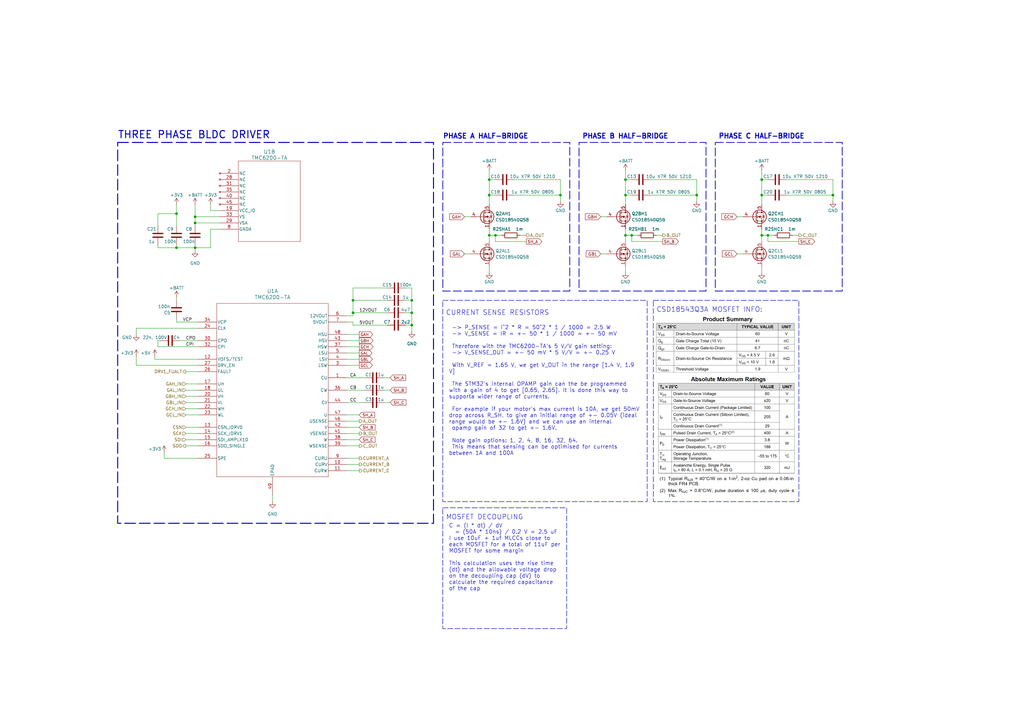
<source format=kicad_sch>
(kicad_sch (version 20230121) (generator eeschema)
  (paper "A3")
  (lib_symbols
    (symbol "Device:C" (pin_numbers hide) (pin_names (offset 0.254))
      (property "Reference" "C" (at 0.635 2.54 0))
      (property "Value" "C" (at 0.635 -2.54 0))
      (symbol "C_0_1"
        (polyline (pts (xy -2.032 -0.762) (xy 2.032 -0.762)) (stroke (width 0.508)))
        (polyline (pts (xy -2.032 0.762) (xy 2.032 0.762)) (stroke (width 0.508)))
      )
      (symbol "C_1_1"
        (pin passive line (at 0 3.81 270) (length 2.794) (name "~") (number "1"))
        (pin passive line (at 0 -3.81 90) (length 2.794) (name "~") (number "2"))
      )
    )
    (symbol "Device:R" (pin_numbers hide) (pin_names (offset 0))
      (property "Reference" "R" (at 2.032 0 90))
      (property "Value" "R" (at 0 0 90))
      (symbol "R_0_1"
        (rectangle (start -1.016 -2.54) (end 1.016 2.54) (stroke (width 0.254)))
      )
      (symbol "R_1_1"
        (pin passive line (at 0 3.81 270) (length 1.27) (name "~") (number "1"))
        (pin passive line (at 0 -3.81 90) (length 1.27) (name "~") (number "2"))
      )
    )
    (symbol "TMC6200-TA_1" (pin_names (offset 0.254))
      (property "Reference" "U1" (at 30.48 12.7 0))
      (property "Value" "TMC6200-TA" (at 30.48 10.16 0))
      (symbol "TMC6200-TA_1_1_1"
        (polyline (pts (xy 7.62 -63.5) (xy 53.34 -63.5)) (stroke (width 0.127)))
        (polyline (pts (xy 7.62 7.62) (xy 7.62 -63.5)) (stroke (width 0.127)))
        (polyline (pts (xy 53.34 -63.5) (xy 53.34 7.62)) (stroke (width 0.127)))
        (polyline (pts (xy 53.34 7.62) (xy 7.62 7.62)) (stroke (width 0.127)))
        (pin unspecified line (at 60.96 -22.86 180) (length 7.62) (name "CU") (number "1"))
        (pin output line (at 60.96 -58.42 180) (length 7.62) (name "CURV") (number "10"))
        (pin output line (at 60.96 -60.96 180) (length 7.62) (name "CURW") (number "11"))
        (pin input line (at 0 -15.24 0) (length 7.62) (name "VOFS/TEST") (number "12"))
        (pin input line (at 0 -43.18 0) (length 7.62) (name "CSN_IDRV0") (number "13"))
        (pin input line (at 0 -45.72 0) (length 7.62) (name "SCK_IDRV1") (number "14"))
        (pin input line (at 0 -48.26 0) (length 7.62) (name "SDI_AMPLX10") (number "15"))
        (pin bidirectional line (at 0 -50.8 0) (length 7.62) (name "SDO_SINGLE") (number "16"))
        (pin input line (at 0 -25.4 0) (length 7.62) (name "UH") (number "17"))
        (pin input line (at 0 -27.94 0) (length 7.62) (name "UL") (number "18"))
        (pin input line (at 0 -30.48 0) (length 7.62) (name "VH") (number "20"))
        (pin input line (at 0 -33.02 0) (length 7.62) (name "VL") (number "21"))
        (pin input line (at 0 -35.56 0) (length 7.62) (name "WH") (number "22"))
        (pin input line (at 0 -38.1 0) (length 7.62) (name "WL") (number "23"))
        (pin input line (at 0 -2.54 0) (length 7.62) (name "CLK") (number "24"))
        (pin input line (at 0 -55.88 0) (length 7.62) (name "SPE") (number "25"))
        (pin output line (at 0 -20.32 0) (length 7.62) (name "FAULT") (number "26"))
        (pin input line (at 0 -17.78 0) (length 7.62) (name "DRV_EN") (number "27"))
        (pin output line (at 60.96 -17.78 180) (length 7.62) (name "LSW") (number "3"))
        (pin output line (at 0 -7.62 0) (length 7.62) (name "CPO") (number "30"))
        (pin input line (at 0 -10.16 0) (length 7.62) (name "CPI") (number "32"))
        (pin unspecified line (at 0 0 0) (length 7.62) (name "VCP") (number "34"))
        (pin unspecified line (at 60.96 -27.94 180) (length 7.62) (name "CW") (number "36"))
        (pin output line (at 60.96 -10.16 180) (length 7.62) (name "HSW") (number "37"))
        (pin unspecified line (at 60.96 -48.26 180) (length 7.62) (name "W") (number "38"))
        (pin unspecified line (at 60.96 -50.8 180) (length 7.62) (name "WSENSE") (number "39"))
        (pin output line (at 60.96 -15.24 180) (length 7.62) (name "LSV") (number "4"))
        (pin unspecified line (at 60.96 -45.72 180) (length 7.62) (name "VSENSE") (number "41"))
        (pin unspecified line (at 60.96 -43.18 180) (length 7.62) (name "V") (number "42"))
        (pin output line (at 60.96 -7.62 180) (length 7.62) (name "HSV") (number "43"))
        (pin unspecified line (at 60.96 -33.02 180) (length 7.62) (name "CV") (number "44"))
        (pin unspecified line (at 60.96 -40.64 180) (length 7.62) (name "USENSE") (number "46"))
        (pin unspecified line (at 60.96 -38.1 180) (length 7.62) (name "U") (number "47"))
        (pin output line (at 60.96 -5.08 180) (length 7.62) (name "HSU") (number "48"))
        (pin unspecified line (at 30.48 -71.12 90) (length 7.62) (name "EPAD") (number "49"))
        (pin output line (at 60.96 -12.7 180) (length 7.62) (name "LSU") (number "5"))
        (pin output line (at 60.96 2.54 180) (length 7.62) (name "12VOUT") (number "6"))
        (pin output line (at 60.96 0 180) (length 7.62) (name "5VOUT") (number "7"))
        (pin output line (at 60.96 -55.88 180) (length 7.62) (name "CURU") (number "9"))
      )
      (symbol "TMC6200-TA_1_2_1"
        (polyline (pts (xy 7.62 -27.94) (xy 33.02 -27.94)) (stroke (width 0.127)))
        (polyline (pts (xy 7.62 5.08) (xy 7.62 -27.94)) (stroke (width 0.127)))
        (polyline (pts (xy 33.02 -27.94) (xy 33.02 5.08)) (stroke (width 0.127)))
        (polyline (pts (xy 33.02 5.08) (xy 7.62 5.08)) (stroke (width 0.127)))
        (pin power_in line (at 0 -15.24 0) (length 7.62) (name "VCC_IO") (number "19"))
        (pin no_connect line (at 0 0 0) (length 7.62) (name "NC") (number "2"))
        (pin no_connect line (at 0 -2.54 0) (length 7.62) (name "NC") (number "28"))
        (pin power_in line (at 0 -20.32 0) (length 7.62) (name "VSA") (number "29"))
        (pin no_connect line (at 0 -5.08 0) (length 7.62) (name "NC") (number "31"))
        (pin power_in line (at 0 -17.78 0) (length 7.62) (name "VS") (number "33"))
        (pin no_connect line (at 0 -7.62 0) (length 7.62) (name "NC") (number "35"))
        (pin no_connect line (at 0 -10.16 0) (length 7.62) (name "NC") (number "40"))
        (pin no_connect line (at 0 -12.7 0) (length 7.62) (name "NC") (number "45"))
        (pin power_in line (at 0 -22.86 0) (length 7.62) (name "GNDA") (number "8"))
      )
    )
    (symbol "TMC6200:TMC6200-TA" (pin_names (offset 0.254))
      (property "Reference" "U1" (at 30.48 12.7 0))
      (property "Value" "TMC6200-TA" (at 30.48 10.16 0))
      (symbol "TMC6200-TA_1_1"
        (polyline (pts (xy 7.62 -63.5) (xy 53.34 -63.5)) (stroke (width 0.127)))
        (polyline (pts (xy 7.62 7.62) (xy 7.62 -63.5)) (stroke (width 0.127)))
        (polyline (pts (xy 53.34 -63.5) (xy 53.34 7.62)) (stroke (width 0.127)))
        (polyline (pts (xy 53.34 7.62) (xy 7.62 7.62)) (stroke (width 0.127)))
        (pin unspecified line (at 60.96 -22.86 180) (length 7.62) (name "CU") (number "1"))
        (pin output line (at 60.96 -58.42 180) (length 7.62) (name "CURV") (number "10"))
        (pin output line (at 60.96 -60.96 180) (length 7.62) (name "CURW") (number "11"))
        (pin input line (at 0 -15.24 0) (length 7.62) (name "VOFS/TEST") (number "12"))
        (pin input line (at 0 -43.18 0) (length 7.62) (name "CSN_IDRV0") (number "13"))
        (pin input line (at 0 -45.72 0) (length 7.62) (name "SCK_IDRV1") (number "14"))
        (pin input line (at 0 -48.26 0) (length 7.62) (name "SDI_AMPLX10") (number "15"))
        (pin bidirectional line (at 0 -50.8 0) (length 7.62) (name "SDO_SINGLE") (number "16"))
        (pin input line (at 0 -25.4 0) (length 7.62) (name "UH") (number "17"))
        (pin input line (at 0 -27.94 0) (length 7.62) (name "UL") (number "18"))
        (pin input line (at 0 -30.48 0) (length 7.62) (name "VH") (number "20"))
        (pin input line (at 0 -33.02 0) (length 7.62) (name "VL") (number "21"))
        (pin input line (at 0 -35.56 0) (length 7.62) (name "WH") (number "22"))
        (pin input line (at 0 -38.1 0) (length 7.62) (name "WL") (number "23"))
        (pin input line (at 0 -2.54 0) (length 7.62) (name "CLK") (number "24"))
        (pin input line (at 0 -55.88 0) (length 7.62) (name "SPE") (number "25"))
        (pin output line (at 0 -20.32 0) (length 7.62) (name "FAULT") (number "26"))
        (pin input line (at 0 -17.78 0) (length 7.62) (name "DRV_EN") (number "27"))
        (pin output line (at 60.96 -17.78 180) (length 7.62) (name "LSW") (number "3"))
        (pin output line (at 0 -7.62 0) (length 7.62) (name "CPO") (number "30"))
        (pin input line (at 0 -10.16 0) (length 7.62) (name "CPI") (number "32"))
        (pin unspecified line (at 0 0 0) (length 7.62) (name "VCP") (number "34"))
        (pin unspecified line (at 60.96 -27.94 180) (length 7.62) (name "CW") (number "36"))
        (pin output line (at 60.96 -10.16 180) (length 7.62) (name "HSW") (number "37"))
        (pin unspecified line (at 60.96 -48.26 180) (length 7.62) (name "W") (number "38"))
        (pin unspecified line (at 60.96 -50.8 180) (length 7.62) (name "WSENSE") (number "39"))
        (pin output line (at 60.96 -15.24 180) (length 7.62) (name "LSV") (number "4"))
        (pin unspecified line (at 60.96 -45.72 180) (length 7.62) (name "VSENSE") (number "41"))
        (pin unspecified line (at 60.96 -43.18 180) (length 7.62) (name "V") (number "42"))
        (pin output line (at 60.96 -7.62 180) (length 7.62) (name "HSV") (number "43"))
        (pin unspecified line (at 60.96 -33.02 180) (length 7.62) (name "CV") (number "44"))
        (pin unspecified line (at 60.96 -40.64 180) (length 7.62) (name "USENSE") (number "46"))
        (pin unspecified line (at 60.96 -38.1 180) (length 7.62) (name "U") (number "47"))
        (pin output line (at 60.96 -5.08 180) (length 7.62) (name "HSU") (number "48"))
        (pin unspecified line (at 30.48 -71.12 90) (length 7.62) (name "EPAD") (number "49"))
        (pin output line (at 60.96 -12.7 180) (length 7.62) (name "LSU") (number "5"))
        (pin output line (at 60.96 2.54 180) (length 7.62) (name "12VOUT") (number "6"))
        (pin output line (at 60.96 0 180) (length 7.62) (name "5VOUT") (number "7"))
        (pin output line (at 60.96 -55.88 180) (length 7.62) (name "CURU") (number "9"))
      )
      (symbol "TMC6200-TA_2_1"
        (polyline (pts (xy 7.62 -27.94) (xy 33.02 -27.94)) (stroke (width 0.127)))
        (polyline (pts (xy 7.62 5.08) (xy 7.62 -27.94)) (stroke (width 0.127)))
        (polyline (pts (xy 33.02 -27.94) (xy 33.02 5.08)) (stroke (width 0.127)))
        (polyline (pts (xy 33.02 5.08) (xy 7.62 5.08)) (stroke (width 0.127)))
        (pin power_in line (at 0 -15.24 0) (length 7.62) (name "VCC_IO") (number "19"))
        (pin no_connect line (at 0 0 0) (length 7.62) (name "NC") (number "2"))
        (pin no_connect line (at 0 -2.54 0) (length 7.62) (name "NC") (number "28"))
        (pin power_in line (at 0 -20.32 0) (length 7.62) (name "VSA") (number "29"))
        (pin no_connect line (at 0 -5.08 0) (length 7.62) (name "NC") (number "31"))
        (pin power_in line (at 0 -17.78 0) (length 7.62) (name "VS") (number "33"))
        (pin no_connect line (at 0 -7.62 0) (length 7.62) (name "NC") (number "35"))
        (pin no_connect line (at 0 -10.16 0) (length 7.62) (name "NC") (number "40"))
        (pin no_connect line (at 0 -12.7 0) (length 7.62) (name "NC") (number "45"))
        (pin power_in line (at 0 -22.86 0) (length 7.62) (name "GNDA") (number "8"))
      )
    )
    (symbol "Transistor_FET:CSD18540Q5B" (pin_names hide)
      (property "Reference" "Q" (at 5.08 1.905 0))
      (property "Value" "CSD18540Q5B" (at 5.08 0 0))
      (symbol "CSD18540Q5B_0_1"
        (polyline (pts (xy 0.254 0) (xy -2.54 0)))
        (polyline (pts (xy 0.254 1.905) (xy 0.254 -1.905)) (stroke (width 0.254)))
        (polyline (pts (xy 0.762 -1.27) (xy 0.762 -2.286)) (stroke (width 0.254)))
        (polyline (pts (xy 0.762 0.508) (xy 0.762 -0.508)) (stroke (width 0.254)))
        (polyline (pts (xy 0.762 2.286) (xy 0.762 1.27)) (stroke (width 0.254)))
        (polyline (pts (xy 2.54 2.54) (xy 2.54 1.778)))
        (polyline (pts (xy 2.54 -2.54) (xy 2.54 0) (xy 0.762 0)))
        (polyline (pts (xy 0.762 -1.778) (xy 3.302 -1.778) (xy 3.302 1.778) (xy 0.762 1.778)))
        (polyline (pts (xy 1.016 0) (xy 2.032 0.381) (xy 2.032 -0.381) (xy 1.016 0)) (fill (type outline)))
        (polyline (pts (xy 2.794 0.508) (xy 2.921 0.381) (xy 3.683 0.381) (xy 3.81 0.254)))
        (polyline (pts (xy 3.302 0.381) (xy 2.921 -0.254) (xy 3.683 -0.254) (xy 3.302 0.381)))
        (circle (center 1.651 0) (radius 2.794) (stroke (width 0.254)))
        (circle (center 2.54 -1.778) (radius 0.254) (fill (type outline)))
        (circle (center 2.54 1.778) (radius 0.254) (fill (type outline)))
      )
      (symbol "CSD18540Q5B_1_1"
        (pin passive line (at 2.54 -5.08 90) (length 2.54) (name "S") (number "1"))
        (pin passive line (at 2.54 -5.08 90) (length 2.54) hide (name "S") (number "2"))
        (pin passive line (at 2.54 -5.08 90) (length 2.54) hide (name "S") (number "3"))
        (pin passive line (at -5.08 0 0) (length 2.54) (name "G") (number "4"))
        (pin passive line (at 2.54 5.08 270) (length 2.54) (name "D") (number "5"))
      )
    )
    (symbol "power:+3V3" (power) (pin_names (offset 0))
      (property "Value" "+3V3" (at 0 3.556 0))
      (symbol "+3V3_0_1"
        (polyline (pts (xy -0.762 1.27) (xy 0 2.54)))
        (polyline (pts (xy 0 0) (xy 0 2.54)))
        (polyline (pts (xy 0 2.54) (xy 0.762 1.27)))
      )
      (symbol "+3V3_1_1"
        (pin power_in line (at 0 0 90) (length 0) hide (name "+3V3") (number "1"))
      )
    )
    (symbol "power:+5V" (power) (pin_names (offset 0))
      (property "Value" "+5V" (at 0 3.556 0))
      (symbol "+5V_0_1"
        (polyline (pts (xy -0.762 1.27) (xy 0 2.54)))
        (polyline (pts (xy 0 0) (xy 0 2.54)))
        (polyline (pts (xy 0 2.54) (xy 0.762 1.27)))
      )
      (symbol "+5V_1_1"
        (pin power_in line (at 0 0 90) (length 0) hide (name "+5V") (number "1"))
      )
    )
    (symbol "power:+BATT" (power) (pin_names (offset 0))
      (property "Value" "+BATT" (at 0 3.556 0))
      (symbol "+BATT_0_1"
        (polyline (pts (xy -0.762 1.27) (xy 0 2.54)))
        (polyline (pts (xy 0 0) (xy 0 2.54)))
        (polyline (pts (xy 0 2.54) (xy 0.762 1.27)))
      )
      (symbol "+BATT_1_1"
        (pin power_in line (at 0 0 90) (length 0) hide (name "+BATT") (number "1"))
      )
    )
    (symbol "power:GND" (power) (pin_names (offset 0))
      (property "Value" "GND" (at 0 -3.81 0))
      (symbol "GND_0_1"
        (polyline (pts (xy 0 0) (xy 0 -1.27) (xy 1.27 -1.27) (xy 0 -2.54) (xy -1.27 -1.27) (xy 0 -1.27)))
      )
      (symbol "GND_1_1"
        (pin power_in line (at 0 0 270) (length 0) hide (name "GND") (number "1"))
      )
    )
  )
  (junction (at 256.54 80.01))
  (junction (at 312.42 73.66))
  (junction (at 144.78 128.27))
  (junction (at 168.91 133.35))
  (junction (at 256.54 96.52))
  (junction (at 285.75 80.01))
  (junction (at 341.63 80.01))
  (junction (at 256.54 73.66))
  (junction (at 200.66 96.52))
  (junction (at 72.39 101.6))
  (junction (at 312.42 80.01))
  (junction (at 203.2 96.52))
  (junction (at 80.01 88.9))
  (junction (at 80.01 91.44))
  (junction (at 144.78 123.19))
  (junction (at 200.66 80.01))
  (junction (at 80.01 101.6))
  (junction (at 200.66 73.66))
  (junction (at 168.91 128.27))
  (junction (at 72.39 87.63))
  (junction (at 259.08 96.52))
  (junction (at 312.42 96.52))
  (junction (at 229.87 80.01))
  (junction (at 168.91 123.19))
  (junction (at 314.96 96.52))
  (wire (pts (xy 142.24 129.54) (xy 144.78 129.54)))
  (wire (pts (xy 76.2 165.1) (xy 81.28 165.1)))
  (wire (pts (xy 142.24 180.34) (xy 147.32 180.34)))
  (wire (pts (xy 322.58 80.01) (xy 341.63 80.01)))
  (wire (pts (xy 259.08 99.06) (xy 259.08 96.52)))
  (wire (pts (xy 256.54 93.98) (xy 256.54 96.52)))
  (wire (pts (xy 203.2 99.06) (xy 203.2 96.52)))
  (wire (pts (xy 142.24 165.1) (xy 149.86 165.1)))
  (wire (pts (xy 158.75 133.35) (xy 144.78 133.35)))
  (wire (pts (xy 64.77 101.6) (xy 72.39 101.6)))
  (wire (pts (xy 200.66 109.22) (xy 200.66 111.76)))
  (wire (pts (xy 76.2 175.26) (xy 81.28 175.26)))
  (wire (pts (xy 229.87 80.01) (xy 229.87 82.55)))
  (wire (pts (xy 157.48 160.02) (xy 160.02 160.02)))
  (wire (pts (xy 200.66 69.85) (xy 200.66 73.66)))
  (wire (pts (xy 229.87 73.66) (xy 229.87 80.01)))
  (wire (pts (xy 86.36 93.98) (xy 90.17 93.98)))
  (wire (pts (xy 158.75 118.11) (xy 144.78 118.11)))
  (wire (pts (xy 80.01 88.9) (xy 80.01 83.82)))
  (wire (pts (xy 80.01 101.6) (xy 80.01 102.87)))
  (wire (pts (xy 81.28 149.86) (xy 55.88 149.86)))
  (wire (pts (xy 312.42 80.01) (xy 312.42 83.82)))
  (wire (pts (xy 144.78 132.08) (xy 142.24 132.08)))
  (wire (pts (xy 157.48 165.1) (xy 160.02 165.1)))
  (wire (pts (xy 72.39 121.92) (xy 72.39 123.19)))
  (wire (pts (xy 325.12 96.52) (xy 327.66 96.52)))
  (wire (pts (xy 142.24 137.16) (xy 147.32 137.16)))
  (wire (pts (xy 200.66 93.98) (xy 200.66 96.52)))
  (wire (pts (xy 55.88 134.62) (xy 81.28 134.62)))
  (wire (pts (xy 144.78 128.27) (xy 158.75 128.27)))
  (wire (pts (xy 142.24 149.86) (xy 147.32 149.86)))
  (wire (pts (xy 142.24 154.94) (xy 149.86 154.94)))
  (wire (pts (xy 312.42 69.85) (xy 312.42 73.66)))
  (wire (pts (xy 142.24 182.88) (xy 147.32 182.88)))
  (wire (pts (xy 322.58 73.66) (xy 341.63 73.66)))
  (wire (pts (xy 64.77 92.71) (xy 64.77 87.63)))
  (wire (pts (xy 64.77 87.63) (xy 72.39 87.63)))
  (wire (pts (xy 76.2 170.18) (xy 81.28 170.18)))
  (wire (pts (xy 166.37 128.27) (xy 168.91 128.27)))
  (wire (pts (xy 142.24 160.02) (xy 149.86 160.02)))
  (wire (pts (xy 200.66 96.52) (xy 200.66 99.06)))
  (wire (pts (xy 168.91 123.19) (xy 168.91 128.27)))
  (wire (pts (xy 203.2 99.06) (xy 215.9 99.06)))
  (wire (pts (xy 256.54 96.52) (xy 256.54 99.06)))
  (wire (pts (xy 246.38 88.9) (xy 248.92 88.9)))
  (wire (pts (xy 312.42 73.66) (xy 314.96 73.66)))
  (wire (pts (xy 142.24 139.7) (xy 147.32 139.7)))
  (wire (pts (xy 256.54 80.01) (xy 256.54 83.82)))
  (wire (pts (xy 246.38 104.14) (xy 248.92 104.14)))
  (wire (pts (xy 312.42 73.66) (xy 312.42 80.01)))
  (wire (pts (xy 142.24 170.18) (xy 147.32 170.18)))
  (wire (pts (xy 302.26 88.9) (xy 304.8 88.9)))
  (wire (pts (xy 76.2 157.48) (xy 81.28 157.48)))
  (wire (pts (xy 55.88 137.16) (xy 55.88 134.62)))
  (wire (pts (xy 111.76 203.2) (xy 111.76 205.74)))
  (wire (pts (xy 63.5 146.05) (xy 63.5 147.32)))
  (wire (pts (xy 312.42 96.52) (xy 312.42 99.06)))
  (wire (pts (xy 285.75 80.01) (xy 285.75 82.55)))
  (wire (pts (xy 64.77 100.33) (xy 64.77 101.6)))
  (wire (pts (xy 210.82 73.66) (xy 229.87 73.66)))
  (wire (pts (xy 86.36 86.36) (xy 90.17 86.36)))
  (wire (pts (xy 166.37 133.35) (xy 168.91 133.35)))
  (wire (pts (xy 144.78 118.11) (xy 144.78 123.19)))
  (wire (pts (xy 142.24 193.04) (xy 147.32 193.04)))
  (wire (pts (xy 259.08 96.52) (xy 261.62 96.52)))
  (wire (pts (xy 190.5 104.14) (xy 193.04 104.14)))
  (wire (pts (xy 142.24 175.26) (xy 147.32 175.26)))
  (wire (pts (xy 200.66 80.01) (xy 203.2 80.01)))
  (wire (pts (xy 144.78 128.27) (xy 144.78 129.54)))
  (wire (pts (xy 312.42 93.98) (xy 312.42 96.52)))
  (wire (pts (xy 72.39 101.6) (xy 80.01 101.6)))
  (wire (pts (xy 312.42 96.52) (xy 314.96 96.52)))
  (wire (pts (xy 86.36 83.82) (xy 86.36 86.36)))
  (wire (pts (xy 142.24 147.32) (xy 147.32 147.32)))
  (wire (pts (xy 76.2 152.4) (xy 81.28 152.4)))
  (wire (pts (xy 314.96 99.06) (xy 327.66 99.06)))
  (wire (pts (xy 142.24 190.5) (xy 147.32 190.5)))
  (wire (pts (xy 312.42 109.22) (xy 312.42 111.76)))
  (wire (pts (xy 72.39 83.82) (xy 72.39 87.63)))
  (wire (pts (xy 142.24 142.24) (xy 147.32 142.24)))
  (wire (pts (xy 256.54 73.66) (xy 259.08 73.66)))
  (wire (pts (xy 80.01 100.33) (xy 80.01 101.6)))
  (wire (pts (xy 166.37 118.11) (xy 168.91 118.11)))
  (wire (pts (xy 72.39 100.33) (xy 72.39 101.6)))
  (wire (pts (xy 314.96 96.52) (xy 317.5 96.52)))
  (wire (pts (xy 341.63 80.01) (xy 341.63 82.55)))
  (wire (pts (xy 76.2 180.34) (xy 81.28 180.34)))
  (wire (pts (xy 63.5 147.32) (xy 81.28 147.32)))
  (wire (pts (xy 67.31 187.96) (xy 67.31 185.42)))
  (wire (pts (xy 86.36 93.98) (xy 86.36 101.6)))
  (wire (pts (xy 285.75 73.66) (xy 285.75 80.01)))
  (wire (pts (xy 64.77 139.7) (xy 64.77 142.24)))
  (wire (pts (xy 90.17 88.9) (xy 80.01 88.9)))
  (wire (pts (xy 190.5 88.9) (xy 193.04 88.9)))
  (wire (pts (xy 81.28 139.7) (xy 73.66 139.7)))
  (wire (pts (xy 72.39 87.63) (xy 72.39 92.71)))
  (wire (pts (xy 76.2 177.8) (xy 81.28 177.8)))
  (wire (pts (xy 341.63 73.66) (xy 341.63 80.01)))
  (wire (pts (xy 168.91 118.11) (xy 168.91 123.19)))
  (wire (pts (xy 312.42 80.01) (xy 314.96 80.01)))
  (wire (pts (xy 256.54 109.22) (xy 256.54 111.76)))
  (wire (pts (xy 80.01 91.44) (xy 80.01 88.9)))
  (wire (pts (xy 302.26 104.14) (xy 304.8 104.14)))
  (wire (pts (xy 269.24 96.52) (xy 271.78 96.52)))
  (wire (pts (xy 142.24 177.8) (xy 147.32 177.8)))
  (wire (pts (xy 203.2 96.52) (xy 205.74 96.52)))
  (wire (pts (xy 64.77 139.7) (xy 66.04 139.7)))
  (wire (pts (xy 72.39 130.81) (xy 72.39 132.08)))
  (wire (pts (xy 200.66 73.66) (xy 203.2 73.66)))
  (wire (pts (xy 76.2 160.02) (xy 81.28 160.02)))
  (wire (pts (xy 256.54 73.66) (xy 256.54 80.01)))
  (wire (pts (xy 80.01 91.44) (xy 90.17 91.44)))
  (wire (pts (xy 266.7 73.66) (xy 285.75 73.66)))
  (wire (pts (xy 76.2 162.56) (xy 81.28 162.56)))
  (wire (pts (xy 81.28 187.96) (xy 67.31 187.96)))
  (wire (pts (xy 200.66 80.01) (xy 200.66 83.82)))
  (wire (pts (xy 168.91 133.35) (xy 168.91 135.89)))
  (wire (pts (xy 142.24 187.96) (xy 147.32 187.96)))
  (wire (pts (xy 271.78 99.06) (xy 259.08 99.06)))
  (wire (pts (xy 55.88 149.86) (xy 55.88 146.05)))
  (wire (pts (xy 200.66 73.66) (xy 200.66 80.01)))
  (wire (pts (xy 158.75 123.19) (xy 144.78 123.19)))
  (wire (pts (xy 166.37 123.19) (xy 168.91 123.19)))
  (wire (pts (xy 213.36 96.52) (xy 215.9 96.52)))
  (wire (pts (xy 72.39 132.08) (xy 81.28 132.08)))
  (wire (pts (xy 266.7 80.01) (xy 285.75 80.01)))
  (wire (pts (xy 210.82 80.01) (xy 229.87 80.01)))
  (wire (pts (xy 144.78 133.35) (xy 144.78 132.08)))
  (wire (pts (xy 142.24 144.78) (xy 147.32 144.78)))
  (wire (pts (xy 64.77 142.24) (xy 81.28 142.24)))
  (wire (pts (xy 144.78 123.19) (xy 144.78 128.27)))
  (wire (pts (xy 76.2 167.64) (xy 81.28 167.64)))
  (wire (pts (xy 256.54 69.85) (xy 256.54 73.66)))
  (wire (pts (xy 256.54 96.52) (xy 259.08 96.52)))
  (wire (pts (xy 314.96 99.06) (xy 314.96 96.52)))
  (wire (pts (xy 256.54 80.01) (xy 259.08 80.01)))
  (wire (pts (xy 80.01 91.44) (xy 80.01 92.71)))
  (wire (pts (xy 157.48 154.94) (xy 160.02 154.94)))
  (wire (pts (xy 200.66 96.52) (xy 203.2 96.52)))
  (wire (pts (xy 76.2 182.88) (xy 81.28 182.88)))
  (wire (pts (xy 142.24 172.72) (xy 147.32 172.72)))
  (wire (pts (xy 80.01 101.6) (xy 86.36 101.6)))
  (wire (pts (xy 168.91 128.27) (xy 168.91 133.35)))
  (rectangle (start 293.37 58.42) (end 345.44 119.38) (stroke (width 0.3) (type dash)))
  (rectangle (start 267.97 123.19) (end 327.66 205.74) (stroke (width 0.2) (type dash)))
  (rectangle (start 181.61 58.42) (end 233.68 119.38) (stroke (width 0.3) (type dash)))
  (rectangle (start 48.26 58.42) (end 177.8 214.63) (stroke (width 0.4) (type dash)))
  (rectangle (start 181.61 208.28) (end 232.41 257.81) (stroke (width 0.2) (type dash)))
  (rectangle (start 181.61 123.19) (end 265.43 205.74) (stroke (width 0.2) (type dash)))
  (rectangle (start 237.49 58.42) (end 289.56 119.38) (stroke (width 0.3) (type dash)))
  (image (at 297.7388 141.3764) (scale 0.430164))
  (image (at 297.8404 179.2986) (scale 0.751813))
  (text_box "C = (I * dt) / dV\n  = (50A * 10ns) / 0.2 V = 2.5 uF\nI use 10uF + 1uf MLCCs close to each MOSFET for a total of 11uF per MOSFET for some margin\n\nThis calculation uses the rise time (dt) and the allowable voltage drop on the decoupling cap (dV) to calculate the required capacitance of the cap" (at 182.88 213.36 0) (size 48.26 39.37) (stroke (width -0.0001)) (effects (font (size 1.6 1.6)) (justify left top)))
  (text_box " -> P_SENSE = I^2 * R = 50^2 * 1 / 1000 = 2.5 W\n -> V_SENSE = IR = +- 50 * 1 / 1000 = +- 50 mV\n \n Therefore with the TMC6200-TA's 5 V/V gain setting: \n -> V_SENSE_OUT = +- 50 mV * 5 V/V = +- 0.25 V\n\n With V_REF = 1.65 V, we get V_OUT in the range [1.4 V, 1.9 V]\n \n The STM32's internal OPAMP gain can the be programmed with a gain of 4 to get [0.65, 2.65]. It is done this way to supporta wider range of currents. \n\n For example if your motor's max current is 10A, we get 50mV drop across R_SH, to give an initial range of +- 0.05V (ideal range would be +- 1.6V) and we can use an internal \n opamp gain of 32 to get +- 1.6V.\n\n Note gain options: 1, 2, 4, 8, 16, 32, 64.\n This means that sensing can be optimised for currents between 1A and 100A" (at 182.88 132.08 0) (size 81.28 72.39) (stroke (width -0.0001)) (effects (font (size 1.6 1.6)) (justify left top)))
  (text "PHASE C HALF-BRIDGE" (at 294.64 57.15 0) (effects (font (size 2 2) (thickness 0.4) bold) (justify left bottom)))
  (text "CURRENT SENSE RESISTORS" (at 182.88 129.54 0) (effects (font (size 2 2)) (justify left bottom)))
  (text "CSD18543Q3A MOSFET INFO:" (at 269.24 128.27 0) (effects (font (size 2 2)) (justify left bottom)))
  (text "PHASE B HALF-BRIDGE" (at 238.76 57.15 0) (effects (font (size 2 2) (thickness 0.4) bold) (justify left bottom)))
  (text "THREE PHASE BLDC DRIVER" (at 48.26 57.15 0) (effects (font (size 3 3) (thickness 0.4) bold) (justify left bottom)))
  (text "PHASE A HALF-BRIDGE" (at 181.61 57.15 0) (effects (font (size 2 2) (thickness 0.4) bold) (justify left bottom)))
  (text "MOSFET DECOUPLING" (at 182.88 213.36 0) (effects (font (size 2 2)) (justify left bottom)))
  (label "CB" (at 143.51 160.02 0))
  (label "12VOUT" (at 147.32 128.27 0))
  (label "CC" (at 143.51 165.1 0))
  (label "VCP" (at 74.93 132.08 0))
  (label "5VOUT" (at 147.32 133.35 0))
  (label "CPI" (at 76.2 142.24 0))
  (label "CA" (at 143.51 154.94 0))
  (label "CPO" (at 76.2 139.7 0))
  (global_label "GCH" (shape input) (at 302.26 88.9 180) (property "Intersheetrefs" "${INTERSHEET_REFS}" (effects hide)))
  (global_label "SH_B" (shape input) (at 160.02 160.02 0) (effects (font (size 1.15 1.15))) (property "Intersheetrefs" "${INTERSHEET_REFS}" (effects hide)))
  (global_label "GBH" (shape output) (at 147.32 139.7 0) (effects (font (size 1.15 1.15))) (property "Intersheetrefs" "${INTERSHEET_REFS}" (effects hide)))
  (global_label "SH_C" (shape output) (at 327.66 99.06 0) (effects (font (size 1.15 1.15))) (property "Intersheetrefs" "${INTERSHEET_REFS}" (effects hide)))
  (global_label "SH_A" (shape input) (at 147.32 170.18 0) (effects (font (size 1.15 1.15))) (property "Intersheetrefs" "${INTERSHEET_REFS}" (effects hide)))
  (global_label "GBH" (shape input) (at 246.38 88.9 180) (property "Intersheetrefs" "${INTERSHEET_REFS}" (effects hide)))
  (global_label "GBL" (shape input) (at 246.38 104.14 180) (property "Intersheetrefs" "${INTERSHEET_REFS}" (effects hide)))
  (global_label "SH_B" (shape output) (at 271.78 99.06 0) (effects (font (size 1.15 1.15))) (property "Intersheetrefs" "${INTERSHEET_REFS}" (effects hide)))
  (global_label "GAL" (shape input) (at 190.5 104.14 180) (property "Intersheetrefs" "${INTERSHEET_REFS}" (effects hide)))
  (global_label "GAH" (shape input) (at 190.5 88.9 180) (property "Intersheetrefs" "${INTERSHEET_REFS}" (effects hide)))
  (global_label "GBL" (shape output) (at 147.32 147.32 0) (effects (font (size 1.15 1.15))) (property "Intersheetrefs" "${INTERSHEET_REFS}" (effects hide)))
  (global_label "GCL" (shape output) (at 147.32 149.86 0) (effects (font (size 1.15 1.15))) (property "Intersheetrefs" "${INTERSHEET_REFS}" (effects hide)))
  (global_label "SH_B" (shape input) (at 147.32 175.26 0) (effects (font (size 1.15 1.15))) (property "Intersheetrefs" "${INTERSHEET_REFS}" (effects hide)))
  (global_label "GCL" (shape input) (at 302.26 104.14 180) (property "Intersheetrefs" "${INTERSHEET_REFS}" (effects hide)))
  (global_label "SH_C" (shape input) (at 147.32 180.34 0) (effects (font (size 1.15 1.15))) (property "Intersheetrefs" "${INTERSHEET_REFS}" (effects hide)))
  (global_label "GAL" (shape output) (at 147.32 144.78 0) (effects (font (size 1.15 1.15))) (property "Intersheetrefs" "${INTERSHEET_REFS}" (effects hide)))
  (global_label "SH_A" (shape input) (at 160.02 154.94 0) (effects (font (size 1.15 1.15))) (property "Intersheetrefs" "${INTERSHEET_REFS}" (effects hide)))
  (global_label "SH_C" (shape input) (at 160.02 165.1 0) (effects (font (size 1.15 1.15))) (property "Intersheetrefs" "${INTERSHEET_REFS}" (effects hide)))
  (global_label "GCH" (shape output) (at 147.32 142.24 0) (effects (font (size 1.15 1.15))) (property "Intersheetrefs" "${INTERSHEET_REFS}" (effects hide)))
  (global_label "SH_A" (shape output) (at 215.9 99.06 0) (effects (font (size 1.15 1.15))) (property "Intersheetrefs" "${INTERSHEET_REFS}" (effects hide)))
  (global_label "GAH" (shape output) (at 147.32 137.16 0) (effects (font (size 1.15 1.15))) (property "Intersheetrefs" "${INTERSHEET_REFS}" (effects hide)))
  (hierarchical_label "GAL_IN" (shape input) (at 76.2 160.02 180))
  (hierarchical_label "CURRENT_B" (shape output) (at 147.32 190.5 0))
  (hierarchical_label "SDI" (shape input) (at 76.2 180.34 180))
  (hierarchical_label "GCL_IN" (shape input) (at 76.2 170.18 180))
  (hierarchical_label "C_OUT" (shape output) (at 147.32 182.88 0))
  (hierarchical_label "A_OUT" (shape output) (at 215.9 96.52 0))
  (hierarchical_label "SCK" (shape input) (at 76.2 177.8 180))
  (hierarchical_label "A_OUT" (shape output) (at 147.32 172.72 0))
  (hierarchical_label "C_OUT" (shape output) (at 327.66 96.52 0))
  (hierarchical_label "GBL_IN" (shape input) (at 76.2 165.1 180))
  (hierarchical_label "B_OUT" (shape output) (at 147.32 177.8 0))
  (hierarchical_label "GAH_IN" (shape input) (at 76.2 157.48 180))
  (hierarchical_label "GCH_IN" (shape input) (at 76.2 167.64 180))
  (hierarchical_label "SDO" (shape output) (at 76.2 182.88 180))
  (hierarchical_label "GBH_IN" (shape input) (at 76.2 162.56 180))
  (hierarchical_label "B_OUT" (shape output) (at 271.78 96.52 0))
  (hierarchical_label "CURRENT_C" (shape output) (at 147.32 193.04 0))
  (hierarchical_label "CURRENT_A" (shape output) (at 147.32 187.96 0))
  (hierarchical_label "CSN" (shape input) (at 76.2 175.26 180))
  (hierarchical_label "DRV1_FUALT" (shape output) (at 76.2 152.4 180))
  (symbol (lib_id "Transistor_FET:CSD18540Q5B") (at 198.12 88.9 0) (unit 1)
    (property "Reference" "Q2AH1" (at 203.2 87.63 0) (effects (justify left)))
    (property "Value" "CSD18540Q5B" (at 203.2 90.17 0) (effects (justify left)))
    (property "Footprint" "Package_TO_SOT_SMD:TDSON-8-1" (effects hide))
    (property "Datasheet" "http://www.ti.com/lit/gpn/csd18540q5b" (effects hide))
  )
  (symbol (lib_id "power:+BATT") (at 256.54 69.85 0) (unit 1)
    (property "Reference" "#PWR03" (effects hide))
    (property "Value" "+BATT" (at 256.54 66.04 0))
  )
  (symbol (lib_id "Device:C") (at 153.67 160.02 90) (unit 1)
    (property "Reference" "C2" (at 151.13 158.75 90))
    (property "Value" "1u" (at 156.21 158.75 90))
    (property "Footprint" "Capacitor_SMD:C_0603_1608Metric" (effects hide))
  )
  (symbol (lib_id "Transistor_FET:CSD18540Q5B") (at 198.12 104.14 0) (unit 1)
    (property "Reference" "Q2AL1" (at 203.2 102.87 0) (effects (justify left)))
    (property "Value" "CSD18540Q5B" (at 203.2 105.41 0) (effects (justify left)))
    (property "Footprint" "Package_TO_SOT_SMD:TDSON-8-1" (effects hide))
    (property "Datasheet" "http://www.ti.com/lit/gpn/csd18540q5b" (effects hide))
  )
  (symbol (lib_id "Device:C") (at 318.77 73.66 90) (unit 1)
    (property "Reference" "C17" (at 314.96 72.39 90))
    (property "Value" "10u X7R 50V 1210" (at 330.2 72.39 90))
    (property "Footprint" "Capacitor_SMD:C_1210_3225Metric" (effects hide))
  )
  (symbol (lib_id "Device:C") (at 72.39 96.52 0) (mirror x) (unit 1)
    (property "Reference" "C9" (at 69.85 93.98 0))
    (property "Value" "100n" (at 69.85 99.06 0))
    (property "Footprint" "Capacitor_SMD:C_0201_0603Metric" (effects hide))
  )
  (symbol (lib_id "power:+3V3") (at 72.39 83.82 0) (unit 1)
    (property "Reference" "#PWR08" (effects hide))
    (property "Value" "+3V3" (at 72.39 80.01 0))
  )
  (symbol (lib_id "power:GND") (at 229.87 82.55 0) (unit 1)
    (property "Reference" "#PWR024" (effects hide))
    (property "Value" "GND" (at 229.87 86.36 0))
  )
  (symbol (lib_id "Device:C") (at 162.56 133.35 270) (mirror x) (unit 1)
    (property "Reference" "C7" (at 158.75 132.08 90))
    (property "Value" "2u2" (at 166.37 132.08 90))
    (property "Footprint" "Capacitor_SMD:C_0402_1005Metric" (effects hide))
  )
  (symbol (lib_id "power:GND") (at 200.66 111.76 0) (unit 1)
    (property "Reference" "#PWR01" (effects hide))
    (property "Value" "GND" (at 200.66 115.57 0))
  )
  (symbol (lib_id "power:+5V") (at 63.5 146.05 0) (unit 1)
    (property "Reference" "#PWR015" (effects hide))
    (property "Value" "+5V" (at 59.69 144.78 0))
  )
  (symbol (lib_id "power:+BATT") (at 200.66 69.85 0) (unit 1)
    (property "Reference" "#PWR02" (effects hide))
    (property "Value" "+BATT" (at 200.66 66.04 0))
  )
  (symbol (lib_id "Device:C") (at 207.01 73.66 90) (unit 1)
    (property "Reference" "C10" (at 203.2 72.39 90))
    (property "Value" "10u X7R 50V 1210" (at 218.44 72.39 90))
    (property "Footprint" "Capacitor_SMD:C_1210_3225Metric" (effects hide))
  )
  (symbol (lib_id "Transistor_FET:CSD18540Q5B") (at 254 104.14 0) (unit 1)
    (property "Reference" "Q2BL1" (at 259.08 102.87 0) (effects (justify left)))
    (property "Value" "CSD18540Q5B" (at 259.08 105.41 0) (effects (justify left)))
    (property "Footprint" "Package_TO_SOT_SMD:TDSON-8-1" (effects hide))
    (property "Datasheet" "http://www.ti.com/lit/gpn/csd18540q5b" (effects hide))
  )
  (symbol (lib_id "Transistor_FET:CSD18540Q5B") (at 309.88 88.9 0) (unit 1)
    (property "Reference" "Q2CH1" (at 314.96 87.63 0) (effects (justify left)))
    (property "Value" "CSD18540Q5B" (at 314.96 90.17 0) (effects (justify left)))
    (property "Footprint" "Package_TO_SOT_SMD:TDSON-8-1" (effects hide))
    (property "Datasheet" "http://www.ti.com/lit/gpn/csd18540q5b" (effects hide))
  )
  (symbol (lib_id "Device:C") (at 162.56 123.19 270) (mirror x) (unit 1)
    (property "Reference" "C14" (at 158.75 121.92 90))
    (property "Value" "1u" (at 166.37 121.92 90))
    (property "Footprint" "Capacitor_SMD:C_0402_1005Metric" (effects hide))
  )
  (symbol (lib_id "Device:C") (at 162.56 128.27 90) (mirror x) (unit 1)
    (property "Reference" "C6" (at 158.75 127 90))
    (property "Value" "4u7" (at 166.37 127 90))
    (property "Footprint" "Capacitor_SMD:C_0603_1608Metric" (effects hide))
  )
  (symbol (lib_id "power:GND") (at 285.75 82.55 0) (unit 1)
    (property "Reference" "#PWR025" (effects hide))
    (property "Value" "GND" (at 285.75 86.36 0))
  )
  (symbol (lib_id "Device:C") (at 207.01 80.01 90) (unit 1)
    (property "Reference" "C18" (at 203.2 78.74 90))
    (property "Value" "1u X7R 50V 0805" (at 218.44 78.74 90))
    (property "Footprint" "Capacitor_SMD:C_0805_2012Metric" (effects hide))
  )
  (symbol (lib_id "Device:C") (at 262.89 73.66 90) (unit 1)
    (property "Reference" "C13" (at 259.08 72.39 90))
    (property "Value" "10u X7R 50V 1210" (at 274.32 72.39 90))
    (property "Footprint" "Capacitor_SMD:C_1210_3225Metric" (effects hide))
  )
  (symbol (lib_id "Device:R") (at 321.31 96.52 90) (unit 1)
    (property "Reference" "R2SHC1" (at 321.31 93.98 90) (effects (justify left)))
    (property "Value" "1m" (at 326.39 93.98 90) (effects (justify left)))
    (property "Footprint" "Resistor_SMD:R_2512_6332Metric" (effects hide))
  )
  (symbol (lib_id "power:GND") (at 256.54 111.76 0) (unit 1)
    (property "Reference" "#PWR04" (effects hide))
    (property "Value" "GND" (at 256.54 115.57 0))
  )
  (symbol (lib_id "Device:C") (at 262.89 80.01 90) (unit 1)
    (property "Reference" "C19" (at 259.08 78.74 90))
    (property "Value" "1u X7R 50V 0805" (at 274.32 78.74 90))
    (property "Footprint" "Capacitor_SMD:C_0805_2012Metric" (effects hide))
  )
  (symbol (lib_id "Device:C") (at 72.39 127 180) (unit 1)
    (property "Reference" "C5" (at 68.58 128.27 0))
    (property "Value" "100n" (at 67.31 125.73 0))
    (property "Footprint" "Capacitor_SMD:C_0603_1608Metric" (effects hide))
  )
  (symbol (lib_id "power:GND") (at 168.91 135.89 0) (unit 1)
    (property "Reference" "#PWR07" (effects hide))
    (property "Value" "GND" (at 168.91 140.97 0))
  )
  (symbol (lib_id "Device:C") (at 64.77 96.52 0) (mirror x) (unit 1)
    (property "Reference" "C21" (at 62.23 93.98 0))
    (property "Value" "1u" (at 62.23 99.06 0))
    (property "Footprint" "Capacitor_SMD:C_0201_0603Metric" (effects hide))
  )
  (symbol (lib_id "Device:R") (at 209.55 96.52 90) (unit 1)
    (property "Reference" "R2SHA1" (at 209.55 93.98 90) (effects (justify left)))
    (property "Value" "1m" (at 214.63 93.98 90) (effects (justify left)))
    (property "Footprint" "Resistor_SMD:R_2512_6332Metric" (effects hide))
  )
  (symbol (lib_id "Transistor_FET:CSD18540Q5B") (at 254 88.9 0) (unit 1)
    (property "Reference" "Q2BH1" (at 259.08 87.63 0) (effects (justify left)))
    (property "Value" "CSD18540Q5B" (at 259.08 90.17 0) (effects (justify left)))
    (property "Footprint" "Package_TO_SOT_SMD:TDSON-8-1" (effects hide))
    (property "Datasheet" "http://www.ti.com/lit/gpn/csd18540q5b" (effects hide))
  )
  (symbol (lib_id "power:GND") (at 111.76 205.74 0) (unit 1)
    (property "Reference" "#PWR013" (effects hide))
    (property "Value" "GND" (at 111.76 210.82 0))
  )
  (symbol (lib_id "Device:C") (at 80.01 96.52 0) (mirror x) (unit 1)
    (property "Reference" "C8" (at 77.47 93.98 0))
    (property "Value" "100n" (at 77.47 99.06 0))
    (property "Footprint" "Capacitor_SMD:C_0402_1005Metric" (effects hide))
  )
  (symbol (lib_id "power:GND") (at 341.63 82.55 0) (unit 1)
    (property "Reference" "#PWR026" (effects hide))
    (property "Value" "GND" (at 341.63 86.36 0))
  )
  (symbol (lib_id "power:GND") (at 80.01 102.87 0) (unit 1)
    (property "Reference" "#PWR011" (effects hide))
    (property "Value" "GND" (at 80.01 107.95 0))
  )
  (symbol (lib_id "Device:C") (at 153.67 165.1 90) (unit 1)
    (property "Reference" "C3" (at 151.13 163.83 90))
    (property "Value" "1u" (at 156.21 163.83 90))
    (property "Footprint" "Capacitor_SMD:C_0603_1608Metric" (effects hide))
  )
  (symbol (lib_id "Transistor_FET:CSD18540Q5B") (at 309.88 104.14 0) (unit 1)
    (property "Reference" "Q2CL1" (at 314.96 102.87 0) (effects (justify left)))
    (property "Value" "CSD18540Q5B" (at 314.96 105.41 0) (effects (justify left)))
    (property "Footprint" "Package_TO_SOT_SMD:TDSON-8-1" (effects hide))
    (property "Datasheet" "http://www.ti.com/lit/gpn/csd18540q5b" (effects hide))
  )
  (symbol (lib_id "power:+BATT") (at 72.39 121.92 0) (unit 1)
    (property "Reference" "#PWR017" (effects hide))
    (property "Value" "+BATT" (at 72.39 118.11 0))
  )
  (symbol (lib_id "power:+BATT") (at 80.01 83.82 0) (unit 1)
    (property "Reference" "#PWR010" (effects hide))
    (property "Value" "+BATT" (at 80.01 80.01 0))
  )
  (symbol (lib_id "power:+BATT") (at 312.42 69.85 0) (unit 1)
    (property "Reference" "#PWR05" (effects hide))
    (property "Value" "+BATT" (at 312.42 66.04 0))
  )
  (symbol (lib_id "Device:C") (at 153.67 154.94 90) (unit 1)
    (property "Reference" "C1" (at 151.13 153.67 90))
    (property "Value" "1u" (at 156.21 153.67 90))
    (property "Footprint" "Capacitor_SMD:C_0603_1608Metric" (effects hide))
  )
  (symbol (lib_id "power:GND") (at 312.42 111.76 0) (unit 1)
    (property "Reference" "#PWR06" (effects hide))
    (property "Value" "GND" (at 312.42 115.57 0))
  )
  (symbol (lib_name "TMC6200-TA_1") (lib_id "TMC6200:TMC6200-TA") (at 90.17 71.12 0) (unit 2)
    (property "Reference" "U1" (at 110.49 62.23 0) (effects (font (size 1.524 1.524))))
    (property "Value" "TMC6200-TA" (at 110.49 64.77 0) (effects (font (size 1.524 1.524))))
    (property "Footprint" "Package_QFP:TQFP-48-1EP_7x7mm_P0.5mm_EP5x5mm" (effects hide))
    (property "Datasheet" "TMC6200-TA" (effects hide))
  )
  (symbol (lib_id "Device:C") (at 318.77 80.01 90) (unit 1)
    (property "Reference" "C20" (at 314.96 78.74 90))
    (property "Value" "1u X7R 50V 0805" (at 330.2 78.74 90))
    (property "Footprint" "Capacitor_SMD:C_0805_2012Metric" (effects hide))
  )
  (symbol (lib_id "power:+3V3") (at 86.36 83.82 0) (unit 1)
    (property "Reference" "#PWR09" (effects hide))
    (property "Value" "+3V3" (at 86.36 80.01 0))
  )
  (symbol (lib_id "Device:C") (at 162.56 118.11 270) (mirror x) (unit 1)
    (property "Reference" "C15" (at 158.75 116.84 90))
    (property "Value" "100n" (at 166.37 116.84 90))
    (property "Footprint" "Capacitor_SMD:C_0201_0603Metric" (effects hide))
  )
  (symbol (lib_id "power:GND") (at 55.88 137.16 0) (unit 1)
    (property "Reference" "#PWR016" (effects hide))
    (property "Value" "GND" (at 52.07 138.43 0))
  )
  (symbol (lib_id "Device:R") (at 265.43 96.52 90) (unit 1)
    (property "Reference" "R2SHB1" (at 265.43 93.98 90) (effects (justify left)))
    (property "Value" "1m" (at 270.51 93.98 90) (effects (justify left)))
    (property "Footprint" "Resistor_SMD:R_2512_6332Metric" (effects hide))
  )
  (symbol (lib_id "Device:C") (at 69.85 139.7 270) (mirror x) (unit 1)
    (property "Reference" "C4" (at 72.39 138.43 90))
    (property "Value" "22n, 100V" (at 63.5 138.43 90))
    (property "Footprint" "Capacitor_SMD:C_0603_1608Metric" (effects hide))
  )
  (symbol (lib_id "TMC6200:TMC6200-TA") (at 81.28 132.08 0) (unit 1)
    (property "Reference" "U1" (at 111.76 119.38 0) (effects (font (size 1.524 1.524))))
    (property "Value" "TMC6200-TA" (at 111.76 121.92 0) (effects (font (size 1.524 1.524))))
    (property "Footprint" "Package_QFP:TQFP-48-1EP_7x7mm_P0.5mm_EP5x5mm" (effects hide))
    (property "Datasheet" "TMC6200-TA" (effects hide))
  )
  (symbol (lib_id "power:+3V3") (at 55.88 146.05 0) (unit 1)
    (property "Reference" "#PWR014" (effects hide))
    (property "Value" "+3V3" (at 52.07 144.78 0))
  )
  (symbol (lib_id "power:+3V3") (at 67.31 185.42 0) (unit 1)
    (property "Reference" "#PWR012" (effects hide))
    (property "Value" "+3V3" (at 63.5 184.15 0))
  )
)
</source>
